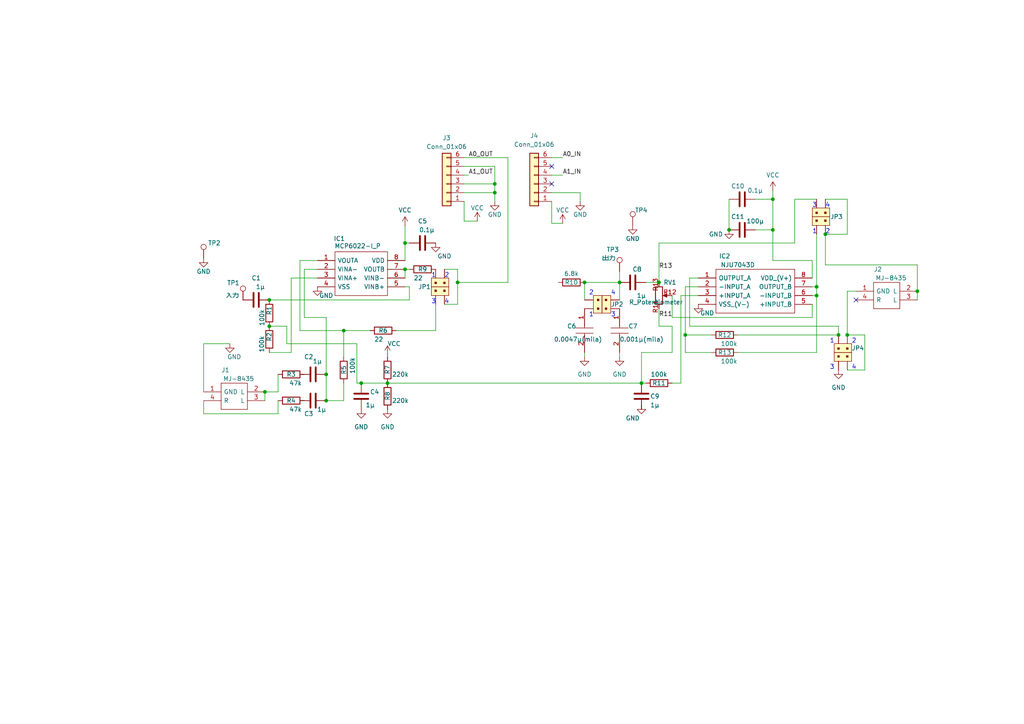
<source format=kicad_sch>
(kicad_sch (version 20250114) (generator "eeschema") (generator_version "9.0")
  (paper "A4")
  (lib_symbols
    (symbol "22-23-2021_1" (pin_numbers (hide yes)) (pin_names (offset 1.016))
      (property "Reference" "J" (at -2.54 1.27 0))
      (property "Value" "22-23-2021_1" (at 1.27 -3.81 0))
      (symbol "22-23-2021_1_1_1"
        (rectangle (start -1.27 0) (end 3.81 -2.54) (fill (type background)))
        (rectangle (start -0.254 -1.143) (end 0.254 -1.651) (fill (type outline)))
        (rectangle (start 2.286 -1.143) (end 2.794 -1.651) (fill (type outline)))
        (pin passive line (at 0 2.54 270) (length 2.54) (name "~") (number "1"))
        (pin passive line (at 2.54 2.54 270) (length 2.54) (name "~") (number "2"))
      )
    )
    (symbol "22-23-2021_2" (pin_numbers (hide yes)) (pin_names (offset 1.016))
      (property "Reference" "J" (at -2.54 1.27 0))
      (property "Value" "22-23-2021_2" (at 1.27 -3.81 0))
      (symbol "22-23-2021_2_1_1"
        (rectangle (start -1.27 0) (end 3.81 -2.54) (fill (type background)))
        (rectangle (start -0.254 -1.143) (end 0.254 -1.651) (fill (type outline)))
        (rectangle (start 2.286 -1.143) (end 2.794 -1.651) (fill (type outline)))
        (pin passive line (at 0 2.54 270) (length 2.54) (name "~") (number "1"))
        (pin passive line (at 2.54 2.54 270) (length 2.54) (name "~") (number "2"))
      )
    )
    (symbol "22-23-2021_3" (pin_numbers (hide yes)) (pin_names (offset 1.016))
      (property "Reference" "J" (at -2.54 1.27 0))
      (property "Value" "22-23-2021_3" (at 1.27 -3.81 0))
      (symbol "22-23-2021_3_1_1"
        (rectangle (start -1.27 0) (end 3.81 -2.54) (fill (type background)))
        (rectangle (start -0.254 -1.143) (end 0.254 -1.651) (fill (type outline)))
        (rectangle (start 2.286 -1.143) (end 2.794 -1.651) (fill (type outline)))
        (pin passive line (at 0 2.54 270) (length 2.54) (name "~") (number "1"))
        (pin passive line (at 2.54 2.54 270) (length 2.54) (name "~") (number "2"))
      )
    )
    (symbol "22-23-2021_4" (pin_numbers (hide yes)) (pin_names (offset 1.016))
      (property "Reference" "J" (at -2.54 1.27 0))
      (property "Value" "22-23-2021_4" (at 1.27 -3.81 0))
      (symbol "22-23-2021_4_1_1"
        (rectangle (start -1.27 0) (end 3.81 -2.54) (fill (type background)))
        (rectangle (start -0.254 -1.143) (end 0.254 -1.651) (fill (type outline)))
        (rectangle (start 2.286 -1.143) (end 2.794 -1.651) (fill (type outline)))
        (pin passive line (at 0 2.54 270) (length 2.54) (name "~") (number "1"))
        (pin passive line (at 2.54 2.54 270) (length 2.54) (name "~") (number "2"))
      )
    )
    (symbol "22-23-2021_5" (pin_numbers (hide yes)) (pin_names (offset 1.016))
      (property "Reference" "J" (at -2.54 1.27 0))
      (property "Value" "22-23-2021_5" (at 1.27 -3.81 0))
      (symbol "22-23-2021_5_1_1"
        (rectangle (start -1.27 0) (end 3.81 -2.54) (fill (type background)))
        (rectangle (start -0.254 -1.143) (end 0.254 -1.651) (fill (type outline)))
        (rectangle (start 2.286 -1.143) (end 2.794 -1.651) (fill (type outline)))
        (pin passive line (at 0 2.54 270) (length 2.54) (name "~") (number "1"))
        (pin passive line (at 2.54 2.54 270) (length 2.54) (name "~") (number "2"))
      )
    )
    (symbol "22-23-2021_6" (pin_numbers (hide yes)) (pin_names (offset 1.016))
      (property "Reference" "J" (at -2.54 1.27 0))
      (property "Value" "22-23-2021_6" (at 1.27 -3.81 0))
      (symbol "22-23-2021_6_1_1"
        (rectangle (start -1.27 0) (end 3.81 -2.54) (fill (type background)))
        (rectangle (start -0.254 -1.143) (end 0.254 -1.651) (fill (type outline)))
        (rectangle (start 2.286 -1.143) (end 2.794 -1.651) (fill (type outline)))
        (pin passive line (at 0 2.54 270) (length 2.54) (name "~") (number "1"))
        (pin passive line (at 2.54 2.54 270) (length 2.54) (name "~") (number "2"))
      )
    )
    (symbol "22-23-2021_7" (pin_numbers (hide yes)) (pin_names (offset 1.016))
      (property "Reference" "J" (at -2.54 1.27 0))
      (property "Value" "22-23-2021_7" (at 1.27 -3.81 0))
      (symbol "22-23-2021_7_1_1"
        (rectangle (start -1.27 0) (end 3.81 -2.54) (fill (type background)))
        (rectangle (start -0.254 -1.143) (end 0.254 -1.651) (fill (type outline)))
        (rectangle (start 2.286 -1.143) (end 2.794 -1.651) (fill (type outline)))
        (pin passive line (at 0 2.54 270) (length 2.54) (name "~") (number "1"))
        (pin passive line (at 2.54 2.54 270) (length 2.54) (name "~") (number "2"))
      )
    )
    (symbol "Connector:TestPoint" (pin_numbers (hide yes)) (pin_names (offset 0.762) (hide yes))
      (property "Reference" "TP" (at 0 6.858 0))
      (property "Value" "TestPoint" (at 0 5.08 0))
      (symbol "TestPoint_0_1"
        (circle (center 0 3.302) (radius 0.762))
      )
      (symbol "TestPoint_1_1"
        (pin passive line (at 0 0 90) (length 2.54) (name "1") (number "1"))
      )
    )
    (symbol "Connector_Generic:Conn_01x06" (pin_names (offset 1.016) (hide yes))
      (property "Reference" "J" (at 0 7.62 0))
      (property "Value" "Conn_01x06" (at 0 -10.16 0))
      (symbol "Conn_01x06_1_1"
        (rectangle (start -1.27 6.35) (end 1.27 -8.89) (stroke (width 0.254)) (fill (type background)))
        (rectangle (start -1.27 5.207) (end 0 4.953) (stroke (width 0.1524)))
        (rectangle (start -1.27 2.667) (end 0 2.413) (stroke (width 0.1524)))
        (rectangle (start -1.27 0.127) (end 0 -0.127) (stroke (width 0.1524)))
        (rectangle (start -1.27 -2.413) (end 0 -2.667) (stroke (width 0.1524)))
        (rectangle (start -1.27 -4.953) (end 0 -5.207) (stroke (width 0.1524)))
        (rectangle (start -1.27 -7.493) (end 0 -7.747) (stroke (width 0.1524)))
        (pin passive line (at -5.08 5.08 0) (length 3.81) (name "Pin_1") (number "1"))
        (pin passive line (at -5.08 2.54 0) (length 3.81) (name "Pin_2") (number "2"))
        (pin passive line (at -5.08 0 0) (length 3.81) (name "Pin_3") (number "3"))
        (pin passive line (at -5.08 -2.54 0) (length 3.81) (name "Pin_4") (number "4"))
        (pin passive line (at -5.08 -5.08 0) (length 3.81) (name "Pin_5") (number "5"))
        (pin passive line (at -5.08 -7.62 0) (length 3.81) (name "Pin_6") (number "6"))
      )
    )
    (symbol "Device:C" (pin_numbers (hide yes)) (pin_names (offset 0.254))
      (property "Reference" "C" (at 0.635 2.54 0))
      (property "Value" "C" (at 0.635 -2.54 0))
      (symbol "C_0_1"
        (polyline (pts (xy -2.032 0.762) (xy 2.032 0.762)) (stroke (width 0.508)))
        (polyline (pts (xy -2.032 -0.762) (xy 2.032 -0.762)) (stroke (width 0.508)))
      )
      (symbol "C_1_1"
        (pin passive line (at 0 3.81 270) (length 2.794) (name "~") (number "1"))
        (pin passive line (at 0 -3.81 90) (length 2.794) (name "~") (number "2"))
      )
    )
    (symbol "Device:R" (pin_numbers (hide yes)) (pin_names (offset 0))
      (property "Reference" "R" (at 2.032 0 90))
      (property "Value" "R" (at 0 0 90))
      (symbol "R_0_1"
        (rectangle (start -1.016 -2.54) (end 1.016 2.54) (stroke (width 0.254)))
      )
      (symbol "R_1_1"
        (pin passive line (at 0 3.81 270) (length 1.27) (name "~") (number "1"))
        (pin passive line (at 0 -3.81 90) (length 1.27) (name "~") (number "2"))
      )
    )
    (symbol "Device:R_Potentiometer" (pin_names (offset 1.016) (hide yes))
      (property "Reference" "RV1" (at 0 5.08 0))
      (property "Value" "R_Potentiometer" (at 8.89 -6.35 0))
      (symbol "R_Potentiometer_0_1"
        (rectangle (start 1.016 2.54) (end -1.016 -2.54) (stroke (width 0.254)))
        (polyline (pts (xy 1.143 0) (xy 2.286 0.508) (xy 2.286 -0.508) (xy 1.143 0)) (fill (type outline)))
        (polyline (pts (xy 2.54 0) (xy 1.524 0)))
      )
      (symbol "R_Potentiometer_1_1"
        (pin passive line (at 0 3.81 270) (length 1.27) (name "1") (number "R11"))
        (pin passive line (at 0 -3.81 90) (length 1.27) (name "3") (number "R13"))
        (pin passive line (at 3.81 0 180) (length 1.27) (name "2") (number "R12"))
      )
    )
    (symbol "SamacSys_Parts:ECQUBAF332MA" (pin_names (offset 0.762))
      (property "Reference" "C" (at 8.89 6.35 0))
      (property "Value" "ECQUBAF332MA" (at 8.89 3.81 0))
      (symbol "ECQUBAF332MA_0_0"
        (pin passive line (at 0 0 0) (length 5.08) (name "~") (number "1"))
        (pin passive line (at 12.7 0 180) (length 5.08) (name "~") (number "2"))
      )
      (symbol "ECQUBAF332MA_0_1"
        (polyline (pts (xy 5.08 0) (xy 5.588 0)) (stroke (width 0.1524)))
        (polyline (pts (xy 5.588 2.54) (xy 5.588 -2.54)) (stroke (width 0.1524)))
        (polyline (pts (xy 7.112 2.54) (xy 7.112 -2.54)) (stroke (width 0.1524)))
        (polyline (pts (xy 7.112 0) (xy 7.62 0)) (stroke (width 0.1524)))
      )
    )
    (symbol "SamacSys_Parts:MCP6022-I_P" (pin_names (offset 0.762))
      (property "Reference" "IC1" (at 15.24 7.62 0))
      (property "Value" "MCP6022-I_P" (at 15.24 5.08 0))
      (symbol "MCP6022-I_P_0_0"
        (pin passive line (at 5.08 0 0) (length 5.08) (name "VOUTA") (number "1"))
        (pin passive line (at 5.08 -2.54 0) (length 5.08) (name "VINA-") (number "2"))
        (pin passive line (at 5.08 -5.08 0) (length 5.08) (name "VINA+") (number "3"))
        (pin passive line (at 5.08 -7.62 0) (length 5.08) (name "VSS") (number "4"))
        (pin passive line (at 30.48 0 180) (length 5.08) (name "VDD") (number "8"))
        (pin passive line (at 30.48 -2.54 180) (length 5.08) (name "VOUTB") (number "7"))
        (pin passive line (at 30.48 -5.08 180) (length 5.08) (name "VINB-") (number "6"))
        (pin passive line (at 30.48 -7.62 180) (length 5.08) (name "VINB+") (number "5"))
      )
      (symbol "MCP6022-I_P_0_1"
        (polyline (pts (xy 10.16 2.54) (xy 25.4 2.54) (xy 25.4 -10.16) (xy 10.16 -10.16) (xy 10.16 2.54)) (stroke (width 0.1524)))
      )
    )
    (symbol "SamacSys_Parts:MJ-8435" (pin_names (offset 0.762))
      (property "Reference" "J?" (at 11.43 7.62 0))
      (property "Value" "MJ-8435" (at 15.24 3.81 0))
      (symbol "MJ-8435_0_0"
        (pin passive line (at 5.08 0 0) (length 5.08) (name "GND") (number "1"))
        (pin passive line (at 5.08 -2.54 0) (length 5.08) (name "R") (number "4"))
        (pin passive line (at 22.86 0 180) (length 5.08) (name "L") (number "2"))
        (pin passive line (at 22.86 -2.54 180) (length 5.08) (name "L") (number "3"))
      )
      (symbol "MJ-8435_0_1"
        (polyline (pts (xy 10.16 2.54) (xy 17.78 2.54) (xy 17.78 -5.08) (xy 10.16 -5.08) (xy 10.16 2.54)) (stroke (width 0.1524)))
      )
    )
    (symbol "SamacSys_Parts:NJU7043D" (pin_names (offset 0.762))
      (property "Reference" "IC2" (at 7.62 6.35 0))
      (property "Value" "NJU7043D" (at 11.43 3.81 0))
      (symbol "NJU7043D_0_0"
        (pin passive line (at 0 0 0) (length 5.08) (name "OUTPUT_A") (number "1"))
        (pin passive line (at 0 -2.54 0) (length 5.08) (name "-INPUT_A") (number "2"))
        (pin passive line (at 0 -5.08 0) (length 5.08) (name "+INPUT_A") (number "3"))
        (pin passive line (at 0 -7.62 0) (length 5.08) (name "VSS_(V-)") (number "4"))
        (pin passive line (at 33.02 0 180) (length 5.08) (name "VDD_(V+)") (number "8"))
        (pin passive line (at 33.02 -2.54 180) (length 5.08) (name "OUTPUT_B") (number "7"))
        (pin passive line (at 33.02 -5.08 180) (length 5.08) (name "-INPUT_B") (number "6"))
        (pin passive line (at 33.02 -7.62 180) (length 5.08) (name "+INPUT_B") (number "5"))
      )
      (symbol "NJU7043D_0_1"
        (polyline (pts (xy 5.08 2.54) (xy 27.94 2.54) (xy 27.94 -10.16) (xy 5.08 -10.16) (xy 5.08 2.54)) (stroke (width 0.1524)))
      )
    )
    (symbol "dk_Rectangular-Connectors-Headers-Male-Pins:22-23-2021" (pin_numbers (hide yes)) (pin_names (offset 1.016))
      (property "Reference" "J" (at -2.54 1.27 0))
      (property "Value" "22-23-2021" (at 1.27 -3.81 0))
      (symbol "22-23-2021_1_1"
        (rectangle (start -1.27 0) (end 3.81 -2.54) (fill (type background)))
        (rectangle (start -0.254 -1.143) (end 0.254 -1.651) (fill (type outline)))
        (rectangle (start 2.286 -1.143) (end 2.794 -1.651) (fill (type outline)))
        (pin passive line (at 0 2.54 270) (length 2.54) (name "~") (number "1"))
        (pin passive line (at 2.54 2.54 270) (length 2.54) (name "~") (number "2"))
      )
    )
    (symbol "power:GND" (power) (pin_names (offset 0))
      (property "Value" "GND" (at 0 -3.81 0))
      (symbol "GND_0_1"
        (polyline (pts (xy 0 0) (xy 0 -1.27) (xy 1.27 -1.27) (xy 0 -2.54) (xy -1.27 -1.27) (xy 0 -1.27)))
      )
      (symbol "GND_1_1"
        (pin power_in line (at 0 0 270) (length 0) (hide yes) (name "GND") (number "1"))
      )
    )
    (symbol "power:VCC" (power) (pin_numbers (hide yes)) (pin_names (offset 0) (hide yes))
      (property "Value" "VCC" (at 0 3.556 0))
      (symbol "VCC_0_1"
        (polyline (pts (xy -0.762 1.27) (xy 0 2.54)))
        (polyline (pts (xy 0 2.54) (xy 0.762 1.27)))
        (polyline (pts (xy 0 0) (xy 0 2.54)))
      )
      (symbol "VCC_1_1"
        (pin power_in line (at 0 0 90) (length 0) (name "~") (number "1"))
      )
    )
  )
  (text "3" (at 235.585 60.325 0) (effects (font (size 1.27 1.27)) (justify left bottom)))
  (text "1" (at 170.815 92.075 0) (effects (font (size 1.27 1.27)) (justify left bottom)))
  (text "4" (at 239.395 60.325 0) (effects (font (size 1.27 1.27)) (justify left bottom)))
  (text "4" (at 177.165 85.725 0) (effects (font (size 1.27 1.27)) (justify left bottom)))
  (text "3" (at 125.095 88.265 0) (effects (font (size 1.27 1.27)) (justify left bottom)))
  (text "3" (at 240.665 107.315 0) (effects (font (size 1.27 1.27)) (justify left bottom)))
  (text "2" (at 239.395 67.945 0) (effects (font (size 1.27 1.27)) (justify left bottom)))
  (text "2" (at 170.815 85.725 0) (effects (font (size 1.27 1.27)) (justify left bottom)))
  (text "3" (at 177.165 92.075 0) (effects (font (size 1.27 1.27)) (justify left bottom)))
  (text "4" (at 247.015 107.315 0) (effects (font (size 1.27 1.27)) (justify left bottom)))
  (text "1" (at 240.665 99.695 0) (effects (font (size 1.27 1.27)) (justify left bottom)))
  (text "4" (at 128.905 88.265 0) (effects (font (size 1.27 1.27)) (justify left bottom)))
  (text "1\n" (at 235.585 67.945 0) (effects (font (size 1.27 1.27)) (justify left bottom)))
  (text "2" (at 128.905 80.645 0) (effects (font (size 1.27 1.27)) (justify left bottom)))
  (text "2" (at 247.015 99.695 0) (effects (font (size 1.27 1.27)) (justify left bottom)))
  (text "1" (at 125.095 80.645 0) (effects (font (size 1.27 1.27)) (justify left bottom)))
  (junction (at 224.155 57.785))
  (junction (at 198.755 97.155))
  (junction (at 245.745 97.155))
  (junction (at 169.545 81.915))
  (junction (at 117.475 70.485))
  (junction (at 191.135 81.915))
  (junction (at 236.855 83.185))
  (junction (at 266.065 84.455))
  (junction (at 236.855 85.725))
  (junction (at 243.205 97.155))
  (junction (at 186.055 111.125))
  (junction (at 78.105 86.995))
  (junction (at 179.705 81.915))
  (junction (at 112.395 111.125))
  (junction (at 224.155 66.675))
  (junction (at 211.455 66.675))
  (junction (at 143.51 53.34))
  (junction (at 143.51 55.88))
  (junction (at 117.475 78.105))
  (junction (at 132.715 81.915))
  (junction (at 239.395 67.945))
  (junction (at 76.835 113.665))
  (junction (at 104.775 111.125))
  (junction (at 78.105 94.615))
  (junction (at 94.615 108.585))
  (junction (at 94.615 116.205))
  (junction (at 99.695 95.885))
  (no_connect (at 160.02 48.26))
  (no_connect (at 248.285 86.995))
  (no_connect (at 160.02 53.34))
  (wire (pts (xy 112.395 102.87) (xy 112.395 103.505)))
  (wire (pts (xy 194.945 111.125) (xy 197.485 111.125)))
  (wire (pts (xy 191.135 89.535) (xy 191.135 94.615)))
  (wire (pts (xy 59.055 116.205) (xy 59.055 120.015)))
  (wire (pts (xy 78.105 86.995) (xy 118.745 86.995)))
  (wire (pts (xy 86.995 95.885) (xy 99.695 95.885)))
  (wire (pts (xy 266.065 84.455) (xy 266.065 86.995)))
  (wire (pts (xy 235.585 92.075) (xy 235.585 88.265)))
  (wire (pts (xy 143.51 55.88) (xy 143.51 58.42)))
  (wire (pts (xy 88.265 116.205) (xy 86.995 116.205)))
  (wire (pts (xy 99.695 95.885) (xy 107.315 95.885)))
  (wire (pts (xy 191.135 94.615) (xy 194.945 94.615)))
  (wire (pts (xy 219.075 57.785) (xy 224.155 57.785)))
  (wire (pts (xy 80.645 108.585) (xy 80.645 113.665)))
  (wire (pts (xy 134.62 50.8) (xy 135.89 50.8)))
  (wire (pts (xy 194.945 92.075) (xy 235.585 92.075)))
  (wire (pts (xy 186.055 102.235) (xy 186.055 111.125)))
  (wire (pts (xy 118.745 83.185) (xy 118.745 86.995)))
  (wire (pts (xy 197.485 85.725) (xy 197.485 111.125)))
  (wire (pts (xy 224.155 66.675) (xy 224.155 75.565)))
  (wire (pts (xy 169.545 81.915) (xy 179.705 81.915)))
  (wire (pts (xy 147.32 81.915) (xy 147.32 45.72)))
  (wire (pts (xy 239.395 57.785) (xy 245.745 57.785)))
  (wire (pts (xy 128.905 78.105) (xy 132.715 78.105)))
  (wire (pts (xy 191.135 70.485) (xy 230.505 70.485)))
  (wire (pts (xy 187.325 81.915) (xy 191.135 81.915)))
  (wire (pts (xy 245.745 57.785) (xy 245.745 67.945)))
  (wire (pts (xy 168.275 55.88) (xy 168.275 58.42)))
  (wire (pts (xy 59.055 99.695) (xy 59.055 113.665)))
  (wire (pts (xy 80.645 120.015) (xy 80.645 116.205)))
  (wire (pts (xy 84.455 102.235) (xy 84.455 80.645)))
  (wire (pts (xy 59.055 99.695) (xy 66.675 99.695)))
  (wire (pts (xy 213.995 97.155) (xy 243.205 97.155)))
  (wire (pts (xy 78.105 94.615) (xy 83.185 94.615)))
  (wire (pts (xy 191.135 81.915) (xy 191.135 70.485)))
  (wire (pts (xy 103.505 111.125) (xy 104.775 111.125)))
  (wire (pts (xy 134.62 45.72) (xy 147.32 45.72)))
  (wire (pts (xy 88.265 108.585) (xy 86.995 108.585)))
  (wire (pts (xy 245.745 97.155) (xy 250.825 97.155)))
  (wire (pts (xy 239.395 67.945) (xy 245.745 67.945)))
  (wire (pts (xy 143.51 48.26) (xy 143.51 53.34)))
  (wire (pts (xy 117.475 78.105) (xy 118.745 78.105)))
  (wire (pts (xy 134.62 55.88) (xy 143.51 55.88)))
  (wire (pts (xy 194.945 94.615) (xy 194.945 102.235)))
  (wire (pts (xy 134.62 64.135) (xy 138.43 64.135)))
  (wire (pts (xy 94.615 108.585) (xy 94.615 92.075)))
  (wire (pts (xy 94.615 92.075) (xy 88.265 92.075)))
  (wire (pts (xy 117.475 80.645) (xy 117.475 78.105)))
  (wire (pts (xy 103.505 99.695) (xy 103.505 111.125)))
  (wire (pts (xy 245.745 84.455) (xy 248.285 84.455)))
  (wire (pts (xy 198.755 97.155) (xy 198.755 102.235)))
  (wire (pts (xy 198.755 83.185) (xy 198.755 97.155)))
  (wire (pts (xy 114.935 95.885) (xy 126.365 95.885)))
  (wire (pts (xy 219.075 66.675) (xy 224.155 66.675)))
  (wire (pts (xy 235.585 83.185) (xy 236.855 83.185)))
  (wire (pts (xy 117.475 70.485) (xy 117.475 75.565)))
  (wire (pts (xy 194.945 102.235) (xy 186.055 102.235)))
  (wire (pts (xy 245.745 84.455) (xy 245.745 97.155)))
  (wire (pts (xy 160.02 45.72) (xy 163.195 45.72)))
  (wire (pts (xy 84.455 80.645) (xy 92.075 80.645)))
  (wire (pts (xy 83.185 94.615) (xy 83.185 99.695)))
  (wire (pts (xy 198.755 102.235) (xy 206.375 102.235)))
  (wire (pts (xy 202.565 83.185) (xy 198.755 83.185)))
  (wire (pts (xy 236.855 85.725) (xy 236.855 83.185)))
  (wire (pts (xy 236.855 102.235) (xy 236.855 85.725)))
  (wire (pts (xy 160.02 64.77) (xy 163.195 64.77)))
  (wire (pts (xy 186.055 111.125) (xy 187.325 111.125)))
  (wire (pts (xy 236.855 67.945) (xy 236.855 83.185)))
  (wire (pts (xy 179.705 78.74) (xy 179.705 81.915)))
  (wire (pts (xy 224.155 75.565) (xy 235.585 75.565)))
  (wire (pts (xy 88.265 92.075) (xy 88.265 78.105)))
  (wire (pts (xy 224.155 55.245) (xy 224.155 57.785)))
  (wire (pts (xy 239.395 67.945) (xy 239.395 76.835)))
  (wire (pts (xy 245.745 107.315) (xy 250.825 107.315)))
  (wire (pts (xy 230.505 57.785) (xy 230.505 70.485)))
  (wire (pts (xy 134.62 64.135) (xy 134.62 58.42)))
  (wire (pts (xy 239.395 76.835) (xy 266.065 76.835)))
  (wire (pts (xy 230.505 57.785) (xy 236.855 57.785)))
  (wire (pts (xy 88.265 78.105) (xy 92.075 78.105)))
  (wire (pts (xy 99.695 95.885) (xy 99.695 103.505)))
  (wire (pts (xy 160.02 55.88) (xy 168.275 55.88)))
  (wire (pts (xy 134.62 48.26) (xy 143.51 48.26)))
  (wire (pts (xy 104.775 111.125) (xy 112.395 111.125)))
  (wire (pts (xy 117.475 70.485) (xy 118.745 70.485)))
  (wire (pts (xy 83.185 99.695) (xy 103.505 99.695)))
  (wire (pts (xy 186.055 117.475) (xy 186.055 118.745)))
  (wire (pts (xy 132.715 81.915) (xy 132.715 88.265)))
  (wire (pts (xy 200.025 80.645) (xy 202.565 80.645)))
  (wire (pts (xy 197.485 85.725) (xy 202.565 85.725)))
  (wire (pts (xy 243.205 94.615) (xy 200.025 94.615)))
  (wire (pts (xy 211.455 57.785) (xy 211.455 66.675)))
  (wire (pts (xy 76.835 113.665) (xy 76.835 116.205)))
  (wire (pts (xy 99.695 111.125) (xy 99.695 116.205)))
  (wire (pts (xy 160.02 58.42) (xy 160.02 64.77)))
  (wire (pts (xy 179.705 81.915) (xy 179.705 86.995)))
  (wire (pts (xy 235.585 85.725) (xy 236.855 85.725)))
  (wire (pts (xy 160.02 50.8) (xy 163.195 50.8)))
  (wire (pts (xy 128.905 88.265) (xy 132.715 88.265)))
  (wire (pts (xy 80.645 113.665) (xy 76.835 113.665)))
  (wire (pts (xy 169.545 103.505) (xy 169.545 102.235)))
  (wire (pts (xy 266.065 76.835) (xy 266.065 84.455)))
  (wire (pts (xy 126.365 95.885) (xy 126.365 88.265)))
  (wire (pts (xy 86.995 75.565) (xy 86.995 95.885)))
  (wire (pts (xy 78.105 102.235) (xy 84.455 102.235)))
  (wire (pts (xy 213.995 102.235) (xy 236.855 102.235)))
  (wire (pts (xy 243.205 97.155) (xy 243.205 94.615)))
  (wire (pts (xy 112.395 111.125) (xy 186.055 111.125)))
  (wire (pts (xy 59.055 120.015) (xy 80.645 120.015)))
  (wire (pts (xy 132.715 81.915) (xy 147.32 81.915)))
  (wire (pts (xy 224.155 57.785) (xy 224.155 66.675)))
  (wire (pts (xy 250.825 97.155) (xy 250.825 107.315)))
  (wire (pts (xy 94.615 108.585) (xy 94.615 116.205)))
  (wire (pts (xy 143.51 55.88) (xy 143.51 53.34)))
  (wire (pts (xy 132.715 78.105) (xy 132.715 81.915)))
  (wire (pts (xy 94.615 116.205) (xy 99.695 116.205)))
  (wire (pts (xy 134.62 53.34) (xy 143.51 53.34)))
  (wire (pts (xy 235.585 80.645) (xy 235.585 75.565)))
  (wire (pts (xy 117.475 65.405) (xy 117.475 70.485)))
  (wire (pts (xy 179.705 103.505) (xy 179.705 102.235)))
  (wire (pts (xy 194.945 85.725) (xy 194.945 92.075)))
  (wire (pts (xy 117.475 83.185) (xy 118.745 83.185)))
  (wire (pts (xy 169.545 81.915) (xy 169.545 86.995)))
  (wire (pts (xy 200.025 94.615) (xy 200.025 80.645)))
  (wire (pts (xy 92.075 75.565) (xy 86.995 75.565)))
  (wire (pts (xy 198.755 97.155) (xy 206.375 97.155)))
  (label "A0_OUT" (at 135.89 45.72 0))
  (label "A1_OUT" (at 135.89 50.8 0))
  (label "A1_IN" (at 163.195 50.8 0))
  (label "R11" (at 191.135 92.075 0))
  (label "A0_IN" (at 163.195 45.72 0))
  (label "R13" (at 191.135 78.105 0))
  (symbol (lib_id "Device:R") (at 84.455 116.205 90) (unit 1)
    (property "Reference" "R4" (at 84.455 116.205 90))
    (property "Value" "47k" (at 85.725 118.745 90))
    (property "Footprint" "Capacitor_SMD:C_0603_1608Metric_Pad1.08x0.95mm_HandSolder" (effects (hide yes)))
  )
  (symbol (lib_id "SamacSys_Parts:MJ-8435") (at 243.205 84.455 0) (unit 1)
    (property "Reference" "J2" (at 254.635 78.105 0))
    (property "Value" "MJ-8435" (at 258.445 80.645 0))
    (property "Footprint" "samacsys:MJ-8435" (effects (hide yes)))
    (property "Datasheet" "http://akizukidenshi.com/download/ds/marushin/mj8435.pdf" (effects (hide yes)))
    (property "Description" "3.5 earphone jack" (effects (hide yes)))
    (property "Manufacturer_Name" "Marushin Electric" (effects (hide yes)))
    (property "Manufacturer_Part_Number" "MJ-8435" (effects (hide yes)))
  )
  (symbol (lib_id "power:GND") (at 112.395 118.745 0) (unit 1)
    (property "Reference" "#PWR05" (effects (hide yes)))
    (property "Value" "GND" (at 112.395 123.825 0))
  )
  (symbol (lib_id "Connector:TestPoint") (at 183.515 65.405 0) (unit 1)
    (property "Reference" "TP4" (at 184.15 60.96 0) (effects (justify left)))
    (property "Value" "TestPoint" (effects (hide yes)))
    (property "Footprint" "TestPoint:TestPoint_Loop_D2.50mm_Drill1.0mm" (effects (hide yes)))
  )
  (symbol (lib_id "power:VCC") (at 163.195 64.77 0) (unit 1)
    (property "Reference" "#PWR018" (effects (hide yes)))
    (property "Value" "VCC" (at 163.195 60.96 0))
    (property "Description" "Power symbol creates a global label with name \"VCC\"" (effects (hide yes)))
  )
  (symbol (lib_id "power:GND") (at 179.705 103.505 0) (unit 1)
    (property "Reference" "#PWR011" (effects (hide yes)))
    (property "Value" "GND" (at 179.705 108.585 0))
  )
  (symbol (lib_id "SamacSys_Parts:MCP6022-I_P") (at 86.995 75.565 0) (unit 1)
    (property "Reference" "IC1" (at 98.425 69.215 0))
    (property "Value" "MCP6022-I_P" (at 103.7528 71.3468 0))
    (property "Footprint" "samacsys:DIP794W56P254L946H432Q8N" (effects (hide yes)))
    (property "Datasheet" "http://uk.rs-online.com/web/p/products/0403064" (effects (hide yes)))
    (property "Description" "Microchip MCP6022-I/P, Dual Op Amp, 10MHz Rail-Rail, 8-Pin PDIP" (effects (hide yes)))
    (property "Height" "4.32" (effects (hide yes)))
    (property "RS Part Number" "0403064" (effects (hide yes)))
    (property "RS Price/Stock" "http://uk.rs-online.com/web/p/products/0403064" (effects (hide yes)))
    (property "Manufacturer_Name" "Microchip" (effects (hide yes)))
    (property "Manufacturer_Part_Number" "MCP6022-I/P" (effects (hide yes)))
    (property "Allied_Number" "70046679" (effects (hide yes)))
  )
  (symbol (lib_id "Device:R") (at 210.185 102.235 270) (unit 1)
    (property "Reference" "R13" (at 210.185 102.235 90))
    (property "Value" "100k" (at 211.455 104.775 90))
    (property "Footprint" "Capacitor_SMD:C_0603_1608Metric_Pad1.08x0.95mm_HandSolder" (effects (hide yes)))
  )
  (symbol (lib_id "power:VCC") (at 138.43 64.135 0) (unit 1)
    (property "Reference" "#PWR06" (effects (hide yes)))
    (property "Value" "VCC" (at 138.43 60.325 0))
    (property "Description" "Power symbol creates a global label with name \"VCC\"" (effects (hide yes)))
  )
  (symbol (lib_id "Connector:TestPoint") (at 70.485 86.995 0) (unit 1)
    (property "Reference" "TP1" (at 65.8476 82.0399 0) (effects (justify left)))
    (property "Value" "入力" (at 65.405 85.725 0) (effects (justify left)))
    (property "Footprint" "TestPoint:TestPoint_Loop_D2.50mm_Drill1.0mm" (effects (hide yes)))
  )
  (symbol (lib_id "power:GND") (at 143.51 58.42 0) (unit 1)
    (property "Reference" "#PWR015" (effects (hide yes)))
    (property "Value" "GND" (at 143.51 62.23 0))
  )
  (symbol (lib_name "22-23-2021_1") (lib_id "dk_Rectangular-Connectors-Headers-Male-Pins:22-23-2021") (at 236.855 60.325 0) (unit 1)
    (property "Reference" "JP3" (at 244.475 62.865 0) (effects (justify right)))
    (property "Value" "22-23-2021" (effects (hide yes)))
    (property "Footprint" "Connector_PinHeader_2.54mm:PinHeader_1x02_P2.54mm_Vertical" (effects (hide yes)))
    (property "Datasheet" "https://media.digikey.com/pdf/Data%20Sheets/Molex%20PDFs/A-6373-N_Series_Dwg_2010-12-03.pdf" (effects (hide yes)))
    (property "Description" "CONN HEADER VERT 2POS 2.54MM" (effects (hide yes)))
    (property "Digi-Key_PN" "WM4200-ND" (effects (hide yes)))
    (property "MPN" "22-23-2021" (effects (hide yes)))
    (property "Category" "Connectors, Interconnects" (effects (hide yes)))
    (property "Family" "Rectangular Connectors - Headers, Male Pins" (effects (hide yes)))
    (property "DK_Datasheet_Link" "https://media.digikey.com/pdf/Data%20Sheets/Molex%20PDFs/A-6373-N_Series_Dwg_2010-12-03.pdf" (effects (hide yes)))
    (property "DK_Detail_Page" "/product-detail/en/molex/22-23-2021/WM4200-ND/26667" (effects (hide yes)))
    (property "Manufacturer" "Molex" (effects (hide yes)))
    (property "Status" "Active" (effects (hide yes)))
  )
  (symbol (lib_id "power:GND") (at 168.275 58.42 0) (unit 1)
    (property "Reference" "#PWR04" (effects (hide yes)))
    (property "Value" "GND" (at 168.275 62.23 0))
  )
  (symbol (lib_id "Device:C") (at 183.515 81.915 90) (unit 1)
    (property "Reference" "C8" (at 184.785 78.105 90))
    (property "Value" "1μ" (at 186.055 85.725 90))
    (property "Footprint" "Capacitor_SMD:C_0603_1608Metric_Pad1.08x0.95mm_HandSolder" (effects (hide yes)))
  )
  (symbol (lib_id "Device:C") (at 215.265 57.785 90) (unit 1)
    (property "Reference" "C10" (at 213.995 53.975 90))
    (property "Value" "0.1μ" (at 219.075 55.245 90))
    (property "Footprint" "Capacitor_SMD:C_0603_1608Metric_Pad1.08x0.95mm_HandSolder" (effects (hide yes)))
  )
  (symbol (lib_name "22-23-2021_2") (lib_id "dk_Rectangular-Connectors-Headers-Male-Pins:22-23-2021") (at 239.395 65.405 180) (unit 1)
    (property "Reference" "JP13" (effects (hide yes)))
    (property "Value" "22-23-2021" (effects (hide yes)))
    (property "Footprint" "Connector_PinHeader_2.54mm:PinHeader_1x02_P2.54mm_Vertical" (effects (hide yes)))
    (property "Datasheet" "https://media.digikey.com/pdf/Data%20Sheets/Molex%20PDFs/A-6373-N_Series_Dwg_2010-12-03.pdf" (effects (hide yes)))
    (property "Description" "CONN HEADER VERT 2POS 2.54MM" (effects (hide yes)))
    (property "Digi-Key_PN" "WM4200-ND" (effects (hide yes)))
    (property "MPN" "22-23-2021" (effects (hide yes)))
    (property "Category" "Connectors, Interconnects" (effects (hide yes)))
    (property "Family" "Rectangular Connectors - Headers, Male Pins" (effects (hide yes)))
    (property "DK_Datasheet_Link" "https://media.digikey.com/pdf/Data%20Sheets/Molex%20PDFs/A-6373-N_Series_Dwg_2010-12-03.pdf" (effects (hide yes)))
    (property "DK_Detail_Page" "/product-detail/en/molex/22-23-2021/WM4200-ND/26667" (effects (hide yes)))
    (property "Manufacturer" "Molex" (effects (hide yes)))
    (property "Status" "Active" (effects (hide yes)))
  )
  (symbol (lib_id "Device:R") (at 191.135 111.125 90) (unit 1)
    (property "Reference" "R11" (at 191.135 111.125 90))
    (property "Value" "100k" (at 191.135 108.585 90))
    (property "Footprint" "Capacitor_SMD:C_0603_1608Metric_Pad1.08x0.95mm_HandSolder" (effects (hide yes)))
  )
  (symbol (lib_id "SamacSys_Parts:ECQUBAF332MA") (at 179.705 89.535 270) (unit 1)
    (property "Reference" "C7" (at 182.245 94.615 90) (effects (justify left)))
    (property "Value" "0.001μ(mila)" (at 179.705 98.425 90) (effects (justify left)))
    (property "Footprint" "Capacitor_THT:C_Rect_L7.0mm_W3.5mm_P5.00mm" (effects (hide yes)))
    (property "Datasheet" "https://industrial.panasonic.com/cdbs/www-data/pdf/RDI0000/ast-ind-127757.pdf" (effects (hide yes)))
    (property "Description" "Metallized Polypropylene Film Capacitor MPP, 0.0033uF +/-20%, 300V, -40 to 110C, (15.3X5X11.5)" (effects (hide yes)))
    (property "Height" "12" (effects (hide yes)))
    (property "Manufacturer_Name" "Panasonic" (effects (hide yes)))
    (property "Manufacturer_Part_Number" "ECQUBAF332MA" (effects (hide yes)))
  )
  (symbol (lib_id "Device:R_Potentiometer") (at 191.135 85.725 0) (mirror x) (unit 1)
    (property "Reference" "RV1" (at 196.215 81.915 0) (effects (justify right)))
    (property "Value" "R_Potentiometer" (at 198.12 87.63 0) (effects (justify right)))
    (property "Footprint" "samacsys:RK09712200HA" (effects (hide yes)))
  )
  (symbol (lib_id "Device:R") (at 78.105 90.805 0) (unit 1)
    (property "Reference" "R1" (at 78.105 91.44 90) (effects (justify left)))
    (property "Value" "100k" (at 75.9785 94.6 90) (effects (justify left)))
    (property "Footprint" "Capacitor_SMD:C_0603_1608Metric_Pad1.08x0.95mm_HandSolder" (effects (hide yes)))
  )
  (symbol (lib_id "Device:C") (at 90.805 108.585 90) (unit 1)
    (property "Reference" "C2" (at 89.535 103.505 90))
    (property "Value" "1μ" (at 92.075 104.775 90))
    (property "Footprint" "Capacitor_SMD:C_0603_1608Metric_Pad1.08x0.95mm_HandSolder" (effects (hide yes)))
  )
  (symbol (lib_id "Device:R") (at 78.105 98.425 0) (unit 1)
    (property "Reference" "R2" (at 78.105 99.06 90) (effects (justify left)))
    (property "Value" "100k" (at 75.9268 102.2499 90) (effects (justify left)))
    (property "Footprint" "Capacitor_SMD:C_0603_1608Metric_Pad1.08x0.95mm_HandSolder" (effects (hide yes)))
  )
  (symbol (lib_id "power:GND") (at 92.075 83.185 0) (unit 1)
    (property "Reference" "#PWR02" (effects (hide yes)))
    (property "Value" "GND" (at 94.615 85.725 0))
  )
  (symbol (lib_id "power:VCC") (at 224.155 55.245 0) (unit 1)
    (property "Reference" "#PWR08" (effects (hide yes)))
    (property "Value" "VCC" (at 224.155 50.8 0))
    (property "Description" "Power symbol creates a global label with name \"VCC\"" (effects (hide yes)))
  )
  (symbol (lib_id "Device:R") (at 165.735 81.915 90) (unit 1)
    (property "Reference" "R10" (at 165.735 81.915 90))
    (property "Value" "6.8k" (at 165.735 79.375 90))
    (property "Footprint" "Capacitor_SMD:C_0603_1608Metric_Pad1.08x0.95mm_HandSolder" (effects (hide yes)))
  )
  (symbol (lib_id "SamacSys_Parts:ECQUBAF332MA") (at 169.545 89.535 270) (unit 1)
    (property "Reference" "C6" (at 164.465 94.615 90) (effects (justify left)))
    (property "Value" "0.0047μ(mila)" (at 160.655 98.425 90) (effects (justify left)))
    (property "Footprint" "Capacitor_THT:C_Rect_L7.0mm_W2.0mm_P5.00mm" (effects (hide yes)))
    (property "Datasheet" "https://industrial.panasonic.com/cdbs/www-data/pdf/RDI0000/ast-ind-127757.pdf" (effects (hide yes)))
    (property "Description" "Metallized Polypropylene Film Capacitor MPP, 0.0033uF +/-20%, 300V, -40 to 110C, (15.3X5X11.5)" (effects (hide yes)))
    (property "Height" "12" (effects (hide yes)))
    (property "Manufacturer_Name" "Panasonic" (effects (hide yes)))
    (property "Manufacturer_Part_Number" "ECQUBAF332MA" (effects (hide yes)))
  )
  (symbol (lib_id "power:GND") (at 183.515 65.405 0) (unit 1)
    (property "Reference" "#PWR0103" (effects (hide yes)))
    (property "Value" "GND" (at 183.515 69.215 0))
  )
  (symbol (lib_id "SamacSys_Parts:MJ-8435") (at 53.975 113.665 0) (unit 1)
    (property "Reference" "J1" (at 65.405 107.315 0))
    (property "Value" "MJ-8435" (at 69.215 109.855 0))
    (property "Footprint" "samacsys:MJ-8435" (effects (hide yes)))
    (property "Datasheet" "http://akizukidenshi.com/download/ds/marushin/mj8435.pdf" (effects (hide yes)))
    (property "Description" "3.5 earphone jack" (effects (hide yes)))
    (property "Manufacturer_Name" "Marushin Electric" (effects (hide yes)))
    (property "Manufacturer_Part_Number" "MJ-8435" (effects (hide yes)))
  )
  (symbol (lib_id "Connector_Generic:Conn_01x06") (at 154.94 53.34 180) (unit 1)
    (property "Reference" "J4" (at 154.94 39.37 0))
    (property "Value" "Conn_01x06" (at 154.94 41.91 0))
    (property "Footprint" "Connector_PinHeader_2.54mm:PinHeader_1x06_P2.54mm_Horizontal" (effects (hide yes)))
    (property "Description" "Generic connector, single row, 01x06, script generated (kicad-library-utils/schlib/autogen/connector/)" (effects (hide yes)))
  )
  (symbol (lib_id "Connector_Generic:Conn_01x06") (at 129.54 53.34 180) (unit 1)
    (property "Reference" "J3" (at 129.54 40.005 0))
    (property "Value" "Conn_01x06" (at 129.54 42.545 0))
    (property "Footprint" "Connector_PinHeader_2.54mm:PinHeader_1x06_P2.54mm_Horizontal" (effects (hide yes)))
    (property "Description" "Generic connector, single row, 01x06, script generated (kicad-library-utils/schlib/autogen/connector/)" (effects (hide yes)))
  )
  (symbol (lib_id "power:GND") (at 104.775 118.745 0) (unit 1)
    (property "Reference" "#PWR03" (effects (hide yes)))
    (property "Value" "GND" (at 104.775 123.825 0))
  )
  (symbol (lib_id "SamacSys_Parts:NJU7043D") (at 202.565 80.645 0) (unit 1)
    (property "Reference" "IC2" (at 210.185 74.295 0))
    (property "Value" "NJU7043D" (at 213.995 76.835 0))
    (property "Footprint" "samacsys:DIP762W56P254L880H425Q8N" (effects (hide yes)))
    (property "Datasheet" "https://datasheet.datasheetarchive.com/originals/distributors/Datasheets-306/92709.pdf" (effects (hide yes)))
    (property "Description" "High Output Current, Rail-to-Rail Input/Output Dual CMOS Operational Amplifier, DIP-8" (effects (hide yes)))
    (property "Height" "4.25" (effects (hide yes)))
    (property "Manufacturer_Name" "New Japan Radio" (effects (hide yes)))
    (property "Manufacturer_Part_Number" "NJU7043D" (effects (hide yes)))
    (property "Mouser Part Number" "513-NJU7043D" (effects (hide yes)))
    (property "Mouser Price/Stock" "https://www.mouser.co.uk/ProductDetail/NJR/NJU7043D?qs=tXB9JzUoRomD8LXEV8YVKw%3D%3D" (effects (hide yes)))
  )
  (symbol (lib_name "22-23-2021_7") (lib_id "dk_Rectangular-Connectors-Headers-Male-Pins:22-23-2021") (at 126.365 80.645 0) (unit 1)
    (property "Reference" "JP1" (at 121.285 83.185 0) (effects (justify left)))
    (property "Value" "22-23-2021" (effects (hide yes)))
    (property "Footprint" "Connector_PinHeader_2.54mm:PinHeader_1x02_P2.54mm_Vertical" (effects (hide yes)))
    (property "Datasheet" "https://media.digikey.com/pdf/Data%20Sheets/Molex%20PDFs/A-6373-N_Series_Dwg_2010-12-03.pdf" (effects (hide yes)))
    (property "Description" "CONN HEADER VERT 2POS 2.54MM" (effects (hide yes)))
    (property "Digi-Key_PN" "WM4200-ND" (effects (hide yes)))
    (property "MPN" "22-23-2021" (effects (hide yes)))
    (property "Category" "Connectors, Interconnects" (effects (hide yes)))
    (property "Family" "Rectangular Connectors - Headers, Male Pins" (effects (hide yes)))
    (property "DK_Datasheet_Link" "https://media.digikey.com/pdf/Data%20Sheets/Molex%20PDFs/A-6373-N_Series_Dwg_2010-12-03.pdf" (effects (hide yes)))
    (property "DK_Detail_Page" "/product-detail/en/molex/22-23-2021/WM4200-ND/26667" (effects (hide yes)))
    (property "Manufacturer" "Molex" (effects (hide yes)))
    (property "Status" "Active" (effects (hide yes)))
  )
  (symbol (lib_id "power:VCC") (at 117.475 65.405 0) (unit 1)
    (property "Reference" "#PWR09" (effects (hide yes)))
    (property "Value" "VCC" (at 117.475 60.96 0))
    (property "Description" "Power symbol creates a global label with name \"VCC\"" (effects (hide yes)))
  )
  (symbol (lib_id "power:GND") (at 59.055 74.93 0) (unit 1)
    (property "Reference" "#PWR0104" (effects (hide yes)))
    (property "Value" "GND" (at 59.055 78.74 0))
  )
  (symbol (lib_id "Device:R") (at 112.395 114.935 0) (unit 1)
    (property "Reference" "R8" (at 112.395 116.205 90) (effects (justify left)))
    (property "Value" "220k" (at 113.665 116.205 0) (effects (justify left)))
    (property "Footprint" "Capacitor_SMD:C_0603_1608Metric_Pad1.08x0.95mm_HandSolder" (effects (hide yes)))
  )
  (symbol (lib_id "power:VCC") (at 112.395 102.87 0) (unit 1)
    (property "Reference" "#PWR017" (effects (hide yes)))
    (property "Value" "VCC" (at 114.3 99.695 0))
    (property "Description" "Power symbol creates a global label with name \"VCC\"" (effects (hide yes)))
  )
  (symbol (lib_name "22-23-2021_6") (lib_id "dk_Rectangular-Connectors-Headers-Male-Pins:22-23-2021") (at 177.165 89.535 270) (mirror x) (unit 1)
    (property "Reference" "JP12" (effects (hide yes)))
    (property "Value" "22-23-2021" (effects (hide yes)))
    (property "Footprint" "Connector_PinHeader_2.54mm:PinHeader_1x02_P2.54mm_Vertical" (effects (hide yes)))
    (property "Datasheet" "https://media.digikey.com/pdf/Data%20Sheets/Molex%20PDFs/A-6373-N_Series_Dwg_2010-12-03.pdf" (effects (hide yes)))
    (property "Description" "CONN HEADER VERT 2POS 2.54MM" (effects (hide yes)))
    (property "Digi-Key_PN" "WM4200-ND" (effects (hide yes)))
    (property "MPN" "22-23-2021" (effects (hide yes)))
    (property "Category" "Connectors, Interconnects" (effects (hide yes)))
    (property "Family" "Rectangular Connectors - Headers, Male Pins" (effects (hide yes)))
    (property "DK_Datasheet_Link" "https://media.digikey.com/pdf/Data%20Sheets/Molex%20PDFs/A-6373-N_Series_Dwg_2010-12-03.pdf" (effects (hide yes)))
    (property "DK_Detail_Page" "/product-detail/en/molex/22-23-2021/WM4200-ND/26667" (effects (hide yes)))
    (property "Manufacturer" "Molex" (effects (hide yes)))
    (property "Status" "Active" (effects (hide yes)))
  )
  (symbol (lib_name "22-23-2021_3") (lib_id "dk_Rectangular-Connectors-Headers-Male-Pins:22-23-2021") (at 245.745 104.775 180) (unit 1)
    (property "Reference" "JP14" (effects (hide yes)))
    (property "Value" "22-23-2021" (effects (hide yes)))
    (property "Footprint" "Connector_PinHeader_2.54mm:PinHeader_1x02_P2.54mm_Vertical" (effects (hide yes)))
    (property "Datasheet" "https://media.digikey.com/pdf/Data%20Sheets/Molex%20PDFs/A-6373-N_Series_Dwg_2010-12-03.pdf" (effects (hide yes)))
    (property "Description" "CONN HEADER VERT 2POS 2.54MM" (effects (hide yes)))
    (property "Digi-Key_PN" "WM4200-ND" (effects (hide yes)))
    (property "MPN" "22-23-2021" (effects (hide yes)))
    (property "Category" "Connectors, Interconnects" (effects (hide yes)))
    (property "Family" "Rectangular Connectors - Headers, Male Pins" (effects (hide yes)))
    (property "DK_Datasheet_Link" "https://media.digikey.com/pdf/Data%20Sheets/Molex%20PDFs/A-6373-N_Series_Dwg_2010-12-03.pdf" (effects (hide yes)))
    (property "DK_Detail_Page" "/product-detail/en/molex/22-23-2021/WM4200-ND/26667" (effects (hide yes)))
    (property "Manufacturer" "Molex" (effects (hide yes)))
    (property "Status" "Active" (effects (hide yes)))
  )
  (symbol (lib_id "Device:R") (at 84.455 108.585 90) (unit 1)
    (property "Reference" "R3" (at 84.455 108.585 90))
    (property "Value" "47k" (at 85.725 111.125 90))
    (property "Footprint" "Capacitor_SMD:C_0603_1608Metric_Pad1.08x0.95mm_HandSolder" (effects (hide yes)))
  )
  (symbol (lib_id "Device:C") (at 74.295 86.995 270) (unit 1)
    (property "Reference" "C1" (at 74.295 80.645 90))
    (property "Value" "1μ" (at 75.565 83.185 90))
    (property "Footprint" "Capacitor_SMD:C_0603_1608Metric_Pad1.08x0.95mm_HandSolder" (effects (hide yes)))
  )
  (symbol (lib_id "Device:R") (at 111.125 95.885 270) (unit 1)
    (property "Reference" "R6" (at 111.125 95.885 90))
    (property "Value" "22" (at 109.855 98.425 90))
    (property "Footprint" "Capacitor_SMD:C_0603_1608Metric_Pad1.08x0.95mm_HandSolder" (effects (hide yes)))
  )
  (symbol (lib_id "Connector:TestPoint") (at 59.055 74.93 0) (unit 1)
    (property "Reference" "TP2" (at 60.325 70.485 0) (effects (justify left)))
    (property "Value" "TestPoint" (effects (hide yes)))
    (property "Footprint" "TestPoint:TestPoint_Loop_D2.50mm_Drill1.0mm" (effects (hide yes)))
  )
  (symbol (lib_name "22-23-2021_4") (lib_id "dk_Rectangular-Connectors-Headers-Male-Pins:22-23-2021") (at 243.205 99.695 0) (unit 1)
    (property "Reference" "JP4" (at 247.015 100.965 0) (effects (justify left)))
    (property "Value" "22-23-2021" (effects (hide yes)))
    (property "Footprint" "Connector_PinHeader_2.54mm:PinHeader_1x02_P2.54mm_Vertical" (effects (hide yes)))
    (property "Datasheet" "https://media.digikey.com/pdf/Data%20Sheets/Molex%20PDFs/A-6373-N_Series_Dwg_2010-12-03.pdf" (effects (hide yes)))
    (property "Description" "CONN HEADER VERT 2POS 2.54MM" (effects (hide yes)))
    (property "Digi-Key_PN" "WM4200-ND" (effects (hide yes)))
    (property "MPN" "22-23-2021" (effects (hide yes)))
    (property "Category" "Connectors, Interconnects" (effects (hide yes)))
    (property "Family" "Rectangular Connectors - Headers, Male Pins" (effects (hide yes)))
    (property "DK_Datasheet_Link" "https://media.digikey.com/pdf/Data%20Sheets/Molex%20PDFs/A-6373-N_Series_Dwg_2010-12-03.pdf" (effects (hide yes)))
    (property "DK_Detail_Page" "/product-detail/en/molex/22-23-2021/WM4200-ND/26667" (effects (hide yes)))
    (property "Manufacturer" "Molex" (effects (hide yes)))
    (property "Status" "Active" (effects (hide yes)))
  )
  (symbol (lib_id "Device:C") (at 186.055 114.935 180) (unit 1)
    (property "Reference" "C9" (at 188.595 114.935 0) (effects (justify right)))
    (property "Value" "1μ" (at 188.595 117.475 0) (effects (justify right)))
    (property "Footprint" "Capacitor_SMD:C_0603_1608Metric_Pad1.08x0.95mm_HandSolder" (effects (hide yes)))
  )
  (symbol (lib_id "power:GND") (at 126.365 70.485 0) (unit 1)
    (property "Reference" "#PWR07" (effects (hide yes)))
    (property "Value" "GND" (at 128.905 74.295 0))
  )
  (symbol (lib_id "power:GND") (at 243.205 107.315 0) (unit 1)
    (property "Reference" "#PWR016" (effects (hide yes)))
    (property "Value" "GND" (at 243.205 112.395 0))
  )
  (symbol (lib_id "Device:R") (at 122.555 78.105 90) (unit 1)
    (property "Reference" "R9" (at 122.555 78.105 90))
    (property "Value" "22" (at 121.285 80.645 90))
    (property "Footprint" "Capacitor_SMD:C_0603_1608Metric_Pad1.08x0.95mm_HandSolder" (effects (hide yes)))
  )
  (symbol (lib_name "22-23-2021_5") (lib_id "dk_Rectangular-Connectors-Headers-Male-Pins:22-23-2021") (at 172.085 89.535 90) (unit 1)
    (property "Reference" "JP2" (at 177.165 88.265 90) (effects (justify right)))
    (property "Value" "22-23-2021" (effects (hide yes)))
    (property "Footprint" "Connector_PinHeader_2.54mm:PinHeader_1x02_P2.54mm_Vertical" (effects (hide yes)))
    (property "Datasheet" "https://media.digikey.com/pdf/Data%20Sheets/Molex%20PDFs/A-6373-N_Series_Dwg_2010-12-03.pdf" (effects (hide yes)))
    (property "Description" "CONN HEADER VERT 2POS 2.54MM" (effects (hide yes)))
    (property "Digi-Key_PN" "WM4200-ND" (effects (hide yes)))
    (property "MPN" "22-23-2021" (effects (hide yes)))
    (property "Category" "Connectors, Interconnects" (effects (hide yes)))
    (property "Family" "Rectangular Connectors - Headers, Male Pins" (effects (hide yes)))
    (property "DK_Datasheet_Link" "https://media.digikey.com/pdf/Data%20Sheets/Molex%20PDFs/A-6373-N_Series_Dwg_2010-12-03.pdf" (effects (hide yes)))
    (property "DK_Detail_Page" "/product-detail/en/molex/22-23-2021/WM4200-ND/26667" (effects (hide yes)))
    (property "Manufacturer" "Molex" (effects (hide yes)))
    (property "Status" "Active" (effects (hide yes)))
  )
  (symbol (lib_id "Device:R") (at 210.185 97.155 270) (unit 1)
    (property "Reference" "R12" (at 210.185 97.155 90))
    (property "Value" "100k" (at 211.455 99.695 90))
    (property "Footprint" "Capacitor_SMD:C_0603_1608Metric_Pad1.08x0.95mm_HandSolder" (effects (hide yes)))
  )
  (symbol (lib_id "power:GND") (at 66.675 99.695 0) (unit 1)
    (property "Reference" "#PWR01" (effects (hide yes)))
    (property "Value" "GND" (at 67.945 103.505 0))
  )
  (symbol (lib_id "power:GND") (at 169.545 103.505 0) (unit 1)
    (property "Reference" "#PWR010" (effects (hide yes)))
    (property "Value" "GND" (at 169.545 108.585 0))
  )
  (symbol (lib_id "power:GND") (at 186.055 117.475 0) (unit 1)
    (property "Reference" "#PWR012" (effects (hide yes)))
    (property "Value" "GND" (at 183.515 121.285 0))
  )
  (symbol (lib_id "Connector:TestPoint") (at 179.705 78.74 0) (unit 1)
    (property "Reference" "TP3" (at 175.895 72.39 0) (effects (justify left)))
    (property "Value" "出力" (at 174.625 74.93 0) (effects (justify left)))
    (property "Footprint" "TestPoint:TestPoint_Loop_D2.50mm_Drill1.0mm" (effects (hide yes)))
  )
  (symbol (lib_id "Device:C") (at 104.775 114.935 180) (unit 1)
    (property "Reference" "C4" (at 107.315 113.665 0) (effects (justify right)))
    (property "Value" "1μ" (at 106.045 117.475 0) (effects (justify right)))
    (property "Footprint" "Capacitor_SMD:C_0603_1608Metric_Pad1.08x0.95mm_HandSolder" (effects (hide yes)))
  )
  (symbol (lib_id "Device:C") (at 122.555 70.485 270) (unit 1)
    (property "Reference" "C5" (at 122.555 64.135 90))
    (property "Value" "0.1μ" (at 123.825 66.675 90))
    (property "Footprint" "Capacitor_SMD:C_0603_1608Metric_Pad1.08x0.95mm_HandSolder" (effects (hide yes)))
  )
  (symbol (lib_id "dk_Rectangular-Connectors-Headers-Male-Pins:22-23-2021") (at 128.905 85.725 180) (unit 1)
    (property "Reference" "JP11" (effects (hide yes)))
    (property "Value" "22-23-2021" (effects (hide yes)))
    (property "Footprint" "Connector_PinHeader_2.54mm:PinHeader_1x02_P2.54mm_Vertical" (effects (hide yes)))
    (property "Datasheet" "https://media.digikey.com/pdf/Data%20Sheets/Molex%20PDFs/A-6373-N_Series_Dwg_2010-12-03.pdf" (effects (hide yes)))
    (property "Description" "CONN HEADER VERT 2POS 2.54MM" (effects (hide yes)))
    (property "Digi-Key_PN" "WM4200-ND" (effects (hide yes)))
    (property "MPN" "22-23-2021" (effects (hide yes)))
    (property "Category" "Connectors, Interconnects" (effects (hide yes)))
    (property "Family" "Rectangular Connectors - Headers, Male Pins" (effects (hide yes)))
    (property "DK_Datasheet_Link" "https://media.digikey.com/pdf/Data%20Sheets/Molex%20PDFs/A-6373-N_Series_Dwg_2010-12-03.pdf" (effects (hide yes)))
    (property "DK_Detail_Page" "/product-detail/en/molex/22-23-2021/WM4200-ND/26667" (effects (hide yes)))
    (property "Manufacturer" "Molex" (effects (hide yes)))
    (property "Status" "Active" (effects (hide yes)))
  )
  (symbol (lib_id "Device:R") (at 99.695 107.315 180) (unit 1)
    (property "Reference" "R5" (at 99.695 107.315 90))
    (property "Value" "100k" (at 102.235 106.045 90))
    (property "Footprint" "Capacitor_SMD:C_0603_1608Metric_Pad1.08x0.95mm_HandSolder" (effects (hide yes)))
  )
  (symbol (lib_id "power:GND") (at 211.455 66.675 0) (unit 1)
    (property "Reference" "#PWR014" (effects (hide yes)))
    (property "Value" "GND" (at 207.645 67.945 0))
  )
  (symbol (lib_id "Device:R") (at 112.395 107.315 0) (unit 1)
    (property "Reference" "R7" (at 112.395 108.585 90) (effects (justify left)))
    (property "Value" "220k" (at 113.665 108.585 0) (effects (justify left)))
    (property "Footprint" "Capacitor_SMD:C_0603_1608Metric_Pad1.08x0.95mm_HandSolder" (effects (hide yes)))
  )
  (symbol (lib_id "Device:C") (at 215.265 66.675 90) (unit 1)
    (property "Reference" "C11" (at 213.995 62.865 90))
    (property "Value" "100μ" (at 219.075 64.135 90))
    (property "Footprint" "Capacitor_THT:CP_Radial_D5.0mm_P2.50mm" (effects (hide yes)))
  )
  (symbol (lib_id "power:GND") (at 202.565 88.265 0) (unit 1)
    (property "Reference" "#PWR013" (effects (hide yes)))
    (property "Value" "GND" (at 205.105 90.805 0))
  )
  (symbol (lib_id "Device:C") (at 90.805 116.205 90) (unit 1)
    (property "Reference" "C3" (at 89.535 120.015 90))
    (property "Value" "1μ" (at 93.345 118.745 90))
    (property "Footprint" "Capacitor_SMD:C_0603_1608Metric_Pad1.08x0.95mm_HandSolder" (effects (hide yes)))
  )
)
</source>
